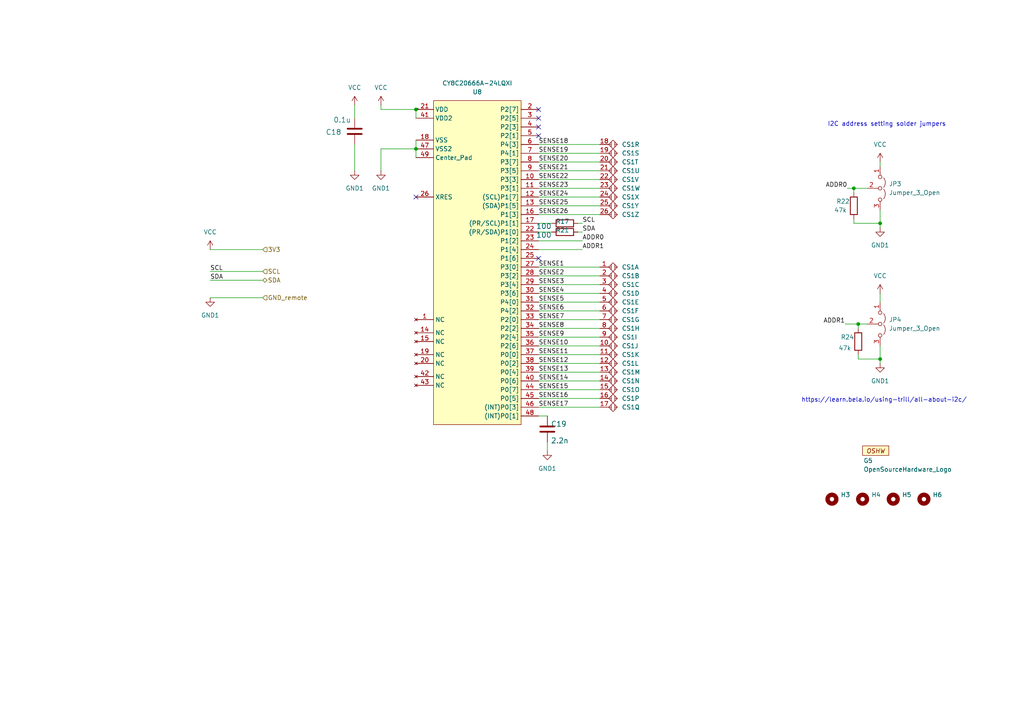
<source format=kicad_sch>
(kicad_sch (version 20250114) (generator "eeschema") (generator_version "9.0")
  (paper "A4")
  (title_block (title "Replacable LED COB Lamp") (date "2025-04-08") (rev "0") (company "WPI ECE2799 D25") (comment 1 "Raymond, Daniel") (comment 2 "Hogan, Rye") (comment 3 "Bryan, Tahje"))
  (lib_symbols
    (symbol "Bela:TRILL_BAR-26_CapSense" (in_bom no)
      (property "Reference" "CS" (at 4.699 -0.127 0))
      (symbol "TRILL_BAR-26_CapSense_0_1"
        (polyline (pts (xy 0 0) (xy 1.27 1.27) (xy 2.54 0) (xy 1.27 -1.27) (xy 0 0)))
        (polyline (pts (xy 0.762 0.762) (xy 0.762 -0.762)))
        (polyline (pts (xy 0.762 0) (xy 0 0)))
        (polyline (pts (xy 1.778 0.762) (xy 1.778 -0.762)))
        (polyline (pts (xy 2.54 0) (xy 1.778 0)))
      )
      (symbol "TRILL_BAR-26_CapSense_1_1"
        (pin input line (at -2.54 0 0) (length 2.54) (name "") (number "1"))
      )
      (symbol "TRILL_BAR-26_CapSense_2_1"
        (pin input line (at -2.54 0 0) (length 2.54) (name "") (number "2"))
      )
      (symbol "TRILL_BAR-26_CapSense_3_1"
        (pin input line (at -2.54 0 0) (length 2.54) (name "") (number "3"))
      )
      (symbol "TRILL_BAR-26_CapSense_4_1"
        (pin input line (at -2.54 0 0) (length 2.54) (name "") (number "4"))
      )
      (symbol "TRILL_BAR-26_CapSense_5_1"
        (pin input line (at -2.54 0 0) (length 2.54) (name "") (number "5"))
      )
      (symbol "TRILL_BAR-26_CapSense_6_1"
        (pin input line (at -2.54 0 0) (length 2.54) (name "") (number "6"))
      )
      (symbol "TRILL_BAR-26_CapSense_7_1"
        (pin input line (at -2.54 0 0) (length 2.54) (name "") (number "7"))
      )
      (symbol "TRILL_BAR-26_CapSense_8_1"
        (pin input line (at -2.54 0 0) (length 2.54) (name "") (number "8"))
      )
      (symbol "TRILL_BAR-26_CapSense_9_1"
        (pin input line (at -2.54 0 0) (length 2.54) (name "") (number "9"))
      )
      (symbol "TRILL_BAR-26_CapSense_10_1"
        (pin input line (at -2.54 0 0) (length 2.54) (name "") (number "10"))
      )
      (symbol "TRILL_BAR-26_CapSense_11_1"
        (pin input line (at -2.54 0 0) (length 2.54) (name "") (number "11"))
      )
      (symbol "TRILL_BAR-26_CapSense_12_1"
        (pin input line (at -2.54 0 0) (length 2.54) (name "") (number "12"))
      )
      (symbol "TRILL_BAR-26_CapSense_13_1"
        (pin input line (at -2.54 0 0) (length 2.54) (name "") (number "13"))
      )
      (symbol "TRILL_BAR-26_CapSense_14_1"
        (pin input line (at -2.54 0 0) (length 2.54) (name "") (number "14"))
      )
      (symbol "TRILL_BAR-26_CapSense_15_1"
        (pin input line (at -2.54 0 0) (length 2.54) (name "") (number "15"))
      )
      (symbol "TRILL_BAR-26_CapSense_16_1"
        (pin input line (at -2.54 0 0) (length 2.54) (name "") (number "16"))
      )
      (symbol "TRILL_BAR-26_CapSense_17_1"
        (pin input line (at -2.54 0 0) (length 2.54) (name "") (number "17"))
      )
      (symbol "TRILL_BAR-26_CapSense_18_1"
        (pin input line (at -2.54 0 0) (length 2.54) (name "") (number "18"))
      )
      (symbol "TRILL_BAR-26_CapSense_19_1"
        (pin input line (at -2.54 0 0) (length 2.54) (name "") (number "19"))
      )
      (symbol "TRILL_BAR-26_CapSense_20_1"
        (pin input line (at -2.54 0 0) (length 2.54) (name "") (number "20"))
      )
      (symbol "TRILL_BAR-26_CapSense_21_1"
        (pin input line (at -2.54 0 0) (length 2.54) (name "") (number "21"))
      )
      (symbol "TRILL_BAR-26_CapSense_22_1"
        (pin input line (at -2.54 0 0) (length 2.54) (name "") (number "22"))
      )
      (symbol "TRILL_BAR-26_CapSense_23_1"
        (pin input line (at -2.54 0 0) (length 2.54) (name "") (number "23"))
      )
      (symbol "TRILL_BAR-26_CapSense_24_1"
        (pin input line (at -2.54 0 0) (length 2.54) (name "") (number "24"))
      )
      (symbol "TRILL_BAR-26_CapSense_25_1"
        (pin input line (at -2.54 0 0) (length 2.54) (name "") (number "25"))
      )
      (symbol "TRILL_BAR-26_CapSense_26_1"
        (pin input line (at -2.54 0 0) (length 2.54) (name "") (number "26"))
      )
    )
    (symbol "Device:C" (pin_numbers (hide yes)) (pin_names (offset 0.254))
      (property "Reference" "C" (at 0.635 2.54 0))
      (property "Value" "C" (at 0.635 -2.54 0))
      (symbol "C_0_1"
        (polyline (pts (xy -2.032 0.762) (xy 2.032 0.762)) (stroke (width 0.508)))
        (polyline (pts (xy -2.032 -0.762) (xy 2.032 -0.762)) (stroke (width 0.508)))
      )
      (symbol "C_1_1"
        (pin passive line (at 0 3.81 270) (length 2.794) (name "~") (number "1"))
        (pin passive line (at 0 -3.81 90) (length 2.794) (name "~") (number "2"))
      )
    )
    (symbol "Device:R" (pin_numbers (hide yes)) (pin_names (offset 0))
      (property "Reference" "R" (at 2.032 0 90))
      (property "Value" "R" (at 0 0 90))
      (symbol "R_0_1"
        (rectangle (start -1.016 -2.54) (end 1.016 2.54) (stroke (width 0.254)))
      )
      (symbol "R_1_1"
        (pin passive line (at 0 3.81 270) (length 1.27) (name "~") (number "1"))
        (pin passive line (at 0 -3.81 90) (length 1.27) (name "~") (number "2"))
      )
    )
    (symbol "Jumper:Jumper_3_Open" (pin_names (offset 0) (hide yes)) (exclude_from_sim yes) (in_bom no)
      (property "Reference" "JP" (at -2.54 -2.54 0))
      (property "Value" "Jumper_3_Open" (at 0 2.794 0))
      (symbol "Jumper_3_Open_0_0"
        (circle (center -3.302 0) (radius 0.508))
        (circle (center 0 0) (radius 0.508))
        (circle (center 3.302 0) (radius 0.508))
      )
      (symbol "Jumper_3_Open_0_1"
        (arc (start -3.048 1.016) (mid -1.651 1.4992) (end -0.254 1.016))
        (polyline (pts (xy 0 -0.508) (xy 0 -1.27)))
        (arc (start 0.254 1.016) (mid 1.651 1.4992) (end 3.048 1.016))
      )
      (symbol "Jumper_3_Open_1_1"
        (pin passive line (at -6.35 0 0) (length 2.54) (name "A") (number "1"))
        (pin passive line (at 0 -3.81 90) (length 2.54) (name "C") (number "2"))
        (pin passive line (at 6.35 0 180) (length 2.54) (name "B") (number "3"))
      )
    )
    (symbol "Mechanical:MountingHole" (pin_names (offset 1.016)) (exclude_from_sim yes) (in_bom no)
      (property "Reference" "H" (at 0 5.08 0))
      (property "Value" "MountingHole" (at 0 3.175 0))
      (symbol "MountingHole_0_1"
        (circle (center 0 0) (radius 1.27) (stroke (width 1.27)))
      )
    )
    (symbol "TRILL:CY8C206X6A"
      (property "Reference" "U" (at 0 -53.34 0))
      (property "Value" "CY8C206X6A" (at 0 -50.8 0))
      (symbol "CY8C206X6A_0_1"
        (rectangle (start -12.7 45.72) (end 12.7 -48.26) (fill (type background)))
      )
      (symbol "CY8C206X6A_1_0"
        (pin power_in line (at -17.78 43.18 0) (length 5.08) (name "VDD") (number "21"))
        (pin power_in line (at -17.78 40.64 0) (length 5.08) (name "VDD2") (number "41"))
        (pin power_in line (at -17.78 34.29 0) (length 5.08) (name "VSS") (number "18"))
        (pin power_in line (at -17.78 31.75 0) (length 5.08) (name "VSS2") (number "47"))
        (pin power_in line (at -17.78 29.21 0) (length 5.08) (name "Center_Pad") (number "49"))
        (pin input line (at -17.78 17.78 0) (length 5.08) (name "XRES") (number "26"))
        (pin no_connect line (at -17.78 -17.78 0) (length 5.08) (name "NC") (number "1"))
        (pin no_connect line (at -17.78 -21.59 0) (length 5.08) (name "NC") (number "14"))
        (pin no_connect line (at -17.78 -24.13 0) (length 5.08) (name "NC") (number "15"))
        (pin no_connect line (at -17.78 -27.94 0) (length 5.08) (name "NC") (number "19"))
        (pin no_connect line (at -17.78 -30.48 0) (length 5.08) (name "NC") (number "20"))
        (pin no_connect line (at -17.78 -34.29 0) (length 5.08) (name "NC") (number "42"))
        (pin no_connect line (at -17.78 -36.83 0) (length 5.08) (name "NC") (number "43"))
        (pin bidirectional line (at 17.78 43.18 180) (length 5.08) (name "P2[7]") (number "2"))
        (pin bidirectional line (at 17.78 40.64 180) (length 5.08) (name "P2[5]") (number "3"))
        (pin bidirectional line (at 17.78 38.1 180) (length 5.08) (name "P2[3]") (number "4"))
        (pin bidirectional line (at 17.78 35.56 180) (length 5.08) (name "P2[1]") (number "5"))
        (pin bidirectional line (at 17.78 33.02 180) (length 5.08) (name "P4[3]") (number "6"))
        (pin bidirectional line (at 17.78 30.48 180) (length 5.08) (name "P4[1]") (number "7"))
        (pin bidirectional line (at 17.78 27.94 180) (length 5.08) (name "P3[7]") (number "8"))
        (pin bidirectional line (at 17.78 25.4 180) (length 5.08) (name "P3[5]") (number "9"))
        (pin bidirectional line (at 17.78 22.86 180) (length 5.08) (name "P3[3]") (number "10"))
        (pin bidirectional line (at 17.78 20.32 180) (length 5.08) (name "P3[1]") (number "11"))
        (pin bidirectional line (at 17.78 17.78 180) (length 5.08) (name "(SCL)P1[7]") (number "12"))
        (pin bidirectional line (at 17.78 15.24 180) (length 5.08) (name "(SDA)P1[5]") (number "13"))
        (pin bidirectional line (at 17.78 12.7 180) (length 5.08) (name "P1[3]") (number "16"))
        (pin bidirectional line (at 17.78 10.16 180) (length 5.08) (name "(PR/SCL)P1[1]") (number "17"))
        (pin bidirectional line (at 17.78 7.62 180) (length 5.08) (name "(PR/SDA)P1[0]") (number "22"))
        (pin bidirectional line (at 17.78 5.08 180) (length 5.08) (name "P1[2]") (number "23"))
        (pin bidirectional line (at 17.78 2.54 180) (length 5.08) (name "P1[4]") (number "24"))
        (pin bidirectional line (at 17.78 0 180) (length 5.08) (name "P1[6]") (number "25"))
        (pin bidirectional line (at 17.78 -2.54 180) (length 5.08) (name "P3[0]") (number "27"))
        (pin bidirectional line (at 17.78 -5.08 180) (length 5.08) (name "P3[2]") (number "28"))
        (pin bidirectional line (at 17.78 -7.62 180) (length 5.08) (name "P3[4]") (number "29"))
        (pin bidirectional line (at 17.78 -10.16 180) (length 5.08) (name "P3[6]") (number "30"))
        (pin bidirectional line (at 17.78 -12.7 180) (length 5.08) (name "P4[0]") (number "31"))
        (pin bidirectional line (at 17.78 -15.24 180) (length 5.08) (name "P4[2]") (number "32"))
        (pin bidirectional line (at 17.78 -17.78 180) (length 5.08) (name "P2[0]") (number "33"))
        (pin bidirectional line (at 17.78 -20.32 180) (length 5.08) (name "P2[2]") (number "34"))
        (pin bidirectional line (at 17.78 -22.86 180) (length 5.08) (name "P2[4]") (number "35"))
        (pin bidirectional line (at 17.78 -25.4 180) (length 5.08) (name "P2[6]") (number "36"))
        (pin bidirectional line (at 17.78 -27.94 180) (length 5.08) (name "P0[0]") (number "37"))
        (pin bidirectional line (at 17.78 -30.48 180) (length 5.08) (name "P0[2]") (number "38"))
        (pin bidirectional line (at 17.78 -33.02 180) (length 5.08) (name "P0[4]") (number "39"))
        (pin bidirectional line (at 17.78 -35.56 180) (length 5.08) (name "P0[6]") (number "40"))
        (pin bidirectional line (at 17.78 -38.1 180) (length 5.08) (name "P0[7]") (number "44"))
        (pin bidirectional line (at 17.78 -40.64 180) (length 5.08) (name "P0[5]") (number "45"))
        (pin bidirectional line (at 17.78 -43.18 180) (length 5.08) (name "(INT)P0[3]") (number "46"))
        (pin bidirectional line (at 17.78 -45.72 180) (length 5.08) (name "(INT)P0[1]") (number "48"))
      )
    )
    (symbol "TRILL:OpenSourceHardware_Logo" (pin_numbers (hide yes)) (pin_names (offset 0) (hide yes)) (in_bom no)
      (property "Reference" "G" (at 0 0 0))
      (property "Value" "OpenSourceHardware_Logo" (at 0.0508 1.9812 0))
      (symbol "OpenSourceHardware_Logo_0_0"
        (text "" (at -8.2804 -10.668 0) (effects (font (size 1.27 1.27))))
        (text "" (at -5.3594 -2.286 0) (effects (font (size 1.27 1.27))))
        (text "OSHW" (at 0 6.35 0) (effects (font (size 1.27 1.27) (italic yes))))
      )
      (symbol "OpenSourceHardware_Logo_0_1"
        (rectangle (start -3.81 7.8232) (end 3.81 5.08) (fill (type background)))
      )
    )
    (symbol "power:GND1" (power) (pin_numbers (hide yes)) (pin_names (offset 0) (hide yes))
      (property "Value" "GND1" (at 0 -3.81 0))
      (symbol "GND1_0_1"
        (polyline (pts (xy 0 0) (xy 0 -1.27) (xy 1.27 -1.27) (xy 0 -2.54) (xy -1.27 -1.27) (xy 0 -1.27)))
      )
      (symbol "GND1_1_1"
        (pin power_in line (at 0 0 270) (length 0) (name "~") (number "1"))
      )
    )
    (symbol "power:VCC" (power) (pin_numbers (hide yes)) (pin_names (offset 0) (hide yes))
      (property "Value" "VCC" (at 0 3.556 0))
      (symbol "VCC_0_1"
        (polyline (pts (xy -0.762 1.27) (xy 0 2.54)))
        (polyline (pts (xy 0 2.54) (xy 0.762 1.27)))
        (polyline (pts (xy 0 0) (xy 0 2.54)))
      )
      (symbol "VCC_1_1"
        (pin power_in line (at 0 0 90) (length 0) (name "~") (number "1"))
      )
    )
  )
  (text "I2C address setting solder jumpers" (at 240.03 36.83 0) (effects (font (size 1.27 1.27)) (justify left bottom)))
  (text "https://learn.bela.io/using-trill/all-about-i2c/" (at 232.41 116.84 0) (effects (font (size 1.27 1.27)) (justify left bottom)))
  (junction (at 120.65 43.18))
  (junction (at 247.65 54.61))
  (junction (at 120.65 31.75))
  (junction (at 248.92 93.98))
  (junction (at 255.27 104.14))
  (junction (at 255.27 64.77))
  (no_connect (at 156.21 31.75))
  (no_connect (at 120.65 57.15))
  (no_connect (at 156.21 74.93))
  (no_connect (at 156.21 34.29))
  (no_connect (at 156.21 36.83))
  (no_connect (at 156.21 39.37))
  (wire (pts (xy 156.21 118.11) (xy 173.99 118.11)))
  (wire (pts (xy 167.64 64.77) (xy 168.91 64.77)))
  (wire (pts (xy 248.92 102.87) (xy 248.92 104.14)))
  (wire (pts (xy 60.96 81.28) (xy 76.2 81.28)))
  (wire (pts (xy 255.27 104.14) (xy 255.27 105.41)))
  (wire (pts (xy 156.21 110.49) (xy 173.99 110.49)))
  (wire (pts (xy 156.21 49.53) (xy 173.99 49.53)))
  (wire (pts (xy 255.27 46.99) (xy 255.27 48.26)))
  (wire (pts (xy 60.96 78.74) (xy 76.2 78.74)))
  (wire (pts (xy 156.21 46.99) (xy 173.99 46.99)))
  (wire (pts (xy 156.21 87.63) (xy 173.99 87.63)))
  (wire (pts (xy 247.65 54.61) (xy 247.65 55.88)))
  (wire (pts (xy 247.65 64.77) (xy 255.27 64.77)))
  (wire (pts (xy 102.87 30.48) (xy 102.87 34.29)))
  (wire (pts (xy 60.96 86.36) (xy 76.2 86.36)))
  (wire (pts (xy 120.65 40.64) (xy 120.65 43.18)))
  (wire (pts (xy 110.49 31.75) (xy 110.49 30.48)))
  (wire (pts (xy 255.27 66.04) (xy 255.27 64.77)))
  (wire (pts (xy 120.65 43.18) (xy 120.65 45.72)))
  (wire (pts (xy 156.21 41.91) (xy 173.99 41.91)))
  (wire (pts (xy 156.21 102.87) (xy 173.99 102.87)))
  (wire (pts (xy 156.21 44.45) (xy 173.99 44.45)))
  (wire (pts (xy 156.21 90.17) (xy 173.99 90.17)))
  (wire (pts (xy 158.75 128.27) (xy 158.75 130.81)))
  (wire (pts (xy 156.21 105.41) (xy 173.99 105.41)))
  (wire (pts (xy 156.21 54.61) (xy 173.99 54.61)))
  (wire (pts (xy 156.21 64.77) (xy 160.02 64.77)))
  (wire (pts (xy 156.21 82.55) (xy 173.99 82.55)))
  (wire (pts (xy 156.21 77.47) (xy 173.99 77.47)))
  (wire (pts (xy 120.65 31.75) (xy 120.65 34.29)))
  (wire (pts (xy 255.27 104.14) (xy 248.92 104.14)))
  (wire (pts (xy 156.21 62.23) (xy 173.99 62.23)))
  (wire (pts (xy 156.21 107.95) (xy 173.99 107.95)))
  (wire (pts (xy 255.27 85.09) (xy 255.27 87.63)))
  (wire (pts (xy 60.96 72.39) (xy 76.2 72.39)))
  (wire (pts (xy 156.21 92.71) (xy 173.99 92.71)))
  (wire (pts (xy 255.27 60.96) (xy 255.27 64.77)))
  (wire (pts (xy 156.21 57.15) (xy 173.99 57.15)))
  (wire (pts (xy 245.11 93.98) (xy 248.92 93.98)))
  (wire (pts (xy 102.87 41.91) (xy 102.87 49.53)))
  (wire (pts (xy 110.49 49.53) (xy 110.49 43.18)))
  (wire (pts (xy 156.21 97.79) (xy 173.99 97.79)))
  (wire (pts (xy 156.21 115.57) (xy 173.99 115.57)))
  (wire (pts (xy 110.49 43.18) (xy 120.65 43.18)))
  (wire (pts (xy 255.27 100.33) (xy 255.27 104.14)))
  (wire (pts (xy 245.745 54.61) (xy 247.65 54.61)))
  (wire (pts (xy 248.92 93.98) (xy 251.46 93.98)))
  (wire (pts (xy 156.21 67.31) (xy 160.02 67.31)))
  (wire (pts (xy 156.21 120.65) (xy 158.75 120.65)))
  (wire (pts (xy 156.21 113.03) (xy 173.99 113.03)))
  (wire (pts (xy 247.65 63.5) (xy 247.65 64.77)))
  (wire (pts (xy 156.21 80.01) (xy 173.99 80.01)))
  (wire (pts (xy 156.21 72.39) (xy 168.91 72.39)))
  (wire (pts (xy 156.21 100.33) (xy 173.99 100.33)))
  (wire (pts (xy 247.65 54.61) (xy 251.46 54.61)))
  (wire (pts (xy 156.21 69.85) (xy 168.91 69.85)))
  (wire (pts (xy 156.21 59.69) (xy 173.99 59.69)))
  (wire (pts (xy 156.21 85.09) (xy 173.99 85.09)))
  (wire (pts (xy 248.92 93.98) (xy 248.92 95.25)))
  (wire (pts (xy 156.21 52.07) (xy 173.99 52.07)))
  (wire (pts (xy 156.21 95.25) (xy 173.99 95.25)))
  (wire (pts (xy 167.64 67.31) (xy 168.91 67.31)))
  (wire (pts (xy 110.49 31.75) (xy 120.65 31.75)))
  (label "SENSE13" (at 156.21 107.95 0))
  (label "SENSE22" (at 156.21 52.07 0))
  (label "SENSE8" (at 156.21 95.25 0))
  (label "ADDR1" (at 168.91 72.39 0))
  (label "ADDR0" (at 245.745 54.61 180))
  (label "SCL" (at 60.96 78.74 0))
  (label "ADDR1" (at 245.11 93.98 180))
  (label "SENSE2" (at 156.21 80.01 0))
  (label "SENSE4" (at 156.21 85.09 0))
  (label "SENSE1" (at 156.21 77.47 0))
  (label "SENSE25" (at 156.21 59.69 0))
  (label "SENSE19" (at 156.21 44.45 0))
  (label "SENSE5" (at 156.21 87.63 0))
  (label "SENSE12" (at 156.21 105.41 0))
  (label "SENSE7" (at 156.21 92.71 0))
  (label "SCL" (at 168.91 64.77 0))
  (label "SENSE23" (at 156.21 54.61 0))
  (label "SDA" (at 60.96 81.28 0))
  (label "SENSE3" (at 156.21 82.55 0))
  (label "SENSE9" (at 156.21 97.79 0))
  (label "SENSE16" (at 156.21 115.57 0))
  (label "SDA" (at 168.91 67.31 0))
  (label "SENSE20" (at 156.21 46.99 0))
  (label "SENSE26" (at 156.21 62.23 0))
  (label "SENSE21" (at 156.21 49.53 0))
  (label "SENSE10" (at 156.21 100.33 0))
  (label "SENSE6" (at 156.21 90.17 0))
  (label "SENSE17" (at 156.21 118.11 0))
  (label "SENSE24" (at 156.21 57.15 0))
  (label "SENSE18" (at 156.21 41.91 0))
  (label "SENSE14" (at 156.21 110.49 0))
  (label "SENSE11" (at 156.21 102.87 0))
  (label "VCC" (at 120.65 31.75 0) (effects (font (size 0.254 0.254))))
  (label "SENSE15" (at 156.21 113.03 0))
  (label "ADDR0" (at 168.91 69.85 0))
  (hierarchical_label "3V3" (shape input) (at 76.2 72.39 0))
  (hierarchical_label "GND_remote" (shape input) (at 76.2 86.36 0))
  (hierarchical_label "SDA" (shape bidirectional) (at 76.2 81.28 0))
  (hierarchical_label "SCL" (shape input) (at 76.2 78.74 0))
  (symbol (lib_id "Bela:TRILL_BAR-26_CapSense") (at 176.53 92.71 0) (unit 7) (in_bom no)
    (property "Reference" "CS1" (at 180.34 92.7099 0) (effects (justify left)))
    (property "Value" "TRILL_BAR-26_CapSense" (effects (hide yes)))
    (property "Footprint" "TRILL:TRILL_BAR_CapSense" (effects (hide yes)))
  )
  (symbol (lib_id "power:GND1") (at 110.49 49.53 0) (unit 1)
    (property "Reference" "#PWR058" (effects (hide yes)))
    (property "Value" "GND1" (at 110.49 54.61 0))
    (property "Description" "Power symbol creates a global label with name \"GND1\" , ground" (effects (hide yes)))
  )
  (symbol (lib_id "Bela:TRILL_BAR-26_CapSense") (at 176.53 118.11 0) (unit 17) (in_bom no)
    (property "Reference" "CS1" (at 180.34 118.1099 0) (effects (justify left)))
    (property "Value" "TRILL_BAR-26_CapSense" (effects (hide yes)))
    (property "Footprint" "TRILL:TRILL_BAR_CapSense" (effects (hide yes)))
  )
  (symbol (lib_id "power:GND1") (at 255.27 105.41 0) (unit 1)
    (property "Reference" "#PWR060" (effects (hide yes)))
    (property "Value" "GND1" (at 255.27 110.49 0))
    (property "Description" "Power symbol creates a global label with name \"GND1\" , ground" (effects (hide yes)))
  )
  (symbol (lib_id "Bela:TRILL_BAR-26_CapSense") (at 176.53 49.53 0) (unit 21) (in_bom no)
    (property "Reference" "CS1" (at 180.34 49.5299 0) (effects (justify left)))
    (property "Value" "TRILL_BAR-26_CapSense" (effects (hide yes)))
    (property "Footprint" "TRILL:TRILL_BAR_CapSense" (effects (hide yes)))
  )
  (symbol (lib_id "Bela:TRILL_BAR-26_CapSense") (at 176.53 85.09 0) (unit 4) (in_bom no)
    (property "Reference" "CS1" (at 180.34 85.0899 0) (effects (justify left)))
    (property "Value" "TRILL_BAR-26_CapSense" (effects (hide yes)))
    (property "Footprint" "TRILL:TRILL_BAR_CapSense" (effects (hide yes)))
  )
  (symbol (lib_id "power:GND1") (at 158.75 130.81 0) (unit 1)
    (property "Reference" "#PWR059" (effects (hide yes)))
    (property "Value" "GND1" (at 158.75 135.89 0))
    (property "Description" "Power symbol creates a global label with name \"GND1\" , ground" (effects (hide yes)))
  )
  (symbol (lib_id "Device:R") (at 247.65 59.69 0) (unit 1)
    (property "Reference" "R22" (at 242.57 58.42 0) (effects (justify left)))
    (property "Value" "47k" (at 241.935 60.96 0) (effects (justify left)))
    (property "Footprint" "Resistor_SMD:R_0603_1608Metric" (effects (hide yes)))
  )
  (symbol (lib_id "Mechanical:MountingHole") (at 259.08 144.78 0) (unit 1) (exclude_from_sim yes) (in_bom no)
    (property "Reference" "H5" (at 261.62 143.5099 0) (effects (justify left)))
    (property "Value" "MountingHole" (effects (hide yes)))
    (property "Footprint" "MountingHole:MountingHole_3.2mm_M3" (effects (hide yes)))
    (property "Description" "Mounting Hole without connection" (effects (hide yes)))
  )
  (symbol (lib_id "Mechanical:MountingHole") (at 267.97 144.78 0) (unit 1) (exclude_from_sim yes) (in_bom no)
    (property "Reference" "H6" (at 270.51 143.5099 0) (effects (justify left)))
    (property "Value" "MountingHole" (effects (hide yes)))
    (property "Footprint" "MountingHole:MountingHole_3.2mm_M3" (effects (hide yes)))
    (property "Description" "Mounting Hole without connection" (effects (hide yes)))
  )
  (symbol (lib_id "Device:C") (at 158.75 124.46 0) (unit 1)
    (property "Reference" "C19" (at 159.766 123.825 0) (effects (font (size 1.4986 1.4986)) (justify left bottom)))
    (property "Value" "2.2n" (at 159.766 128.651 0) (effects (font (size 1.4986 1.4986)) (justify left bottom)))
    (property "Footprint" "Capacitor_SMD:C_0603_1608Metric" (effects (hide yes)))
  )
  (symbol (lib_id "power:GND1") (at 60.96 86.36 0) (unit 1)
    (property "Reference" "#PWR029" (effects (hide yes)))
    (property "Value" "GND1" (at 60.96 91.44 0))
    (property "Description" "Power symbol creates a global label with name \"GND1\" , ground" (effects (hide yes)))
  )
  (symbol (lib_id "TRILL:OpenSourceHardware_Logo") (at 254 137.16 0) (unit 1) (in_bom no)
    (property "Reference" "G5" (at 250.444 133.604 0) (effects (justify left)))
    (property "Value" "OpenSourceHardware_Logo" (at 250.444 136.144 0) (effects (justify left)))
    (property "Footprint" "TRILL:OpenSourceHardware_Logo" (effects (hide yes)))
  )
  (symbol (lib_id "Jumper:Jumper_3_Open") (at 255.27 93.98 270) (unit 1) (exclude_from_sim yes) (in_bom no)
    (property "Reference" "JP4" (at 257.81 92.7099 90) (effects (justify left)))
    (property "Value" "Jumper_3_Open" (at 257.81 95.2499 90) (effects (justify left)))
    (property "Footprint" "Jumper:SolderJumper-3_P1.3mm_Open_RoundedPad1.0x1.5mm" (effects (hide yes)))
    (property "Description" "Jumper, 3-pole, both open" (effects (hide yes)))
  )
  (symbol (lib_id "Bela:TRILL_BAR-26_CapSense") (at 176.53 46.99 0) (unit 20) (in_bom no)
    (property "Reference" "CS1" (at 180.34 46.9899 0) (effects (justify left)))
    (property "Value" "TRILL_BAR-26_CapSense" (effects (hide yes)))
    (property "Footprint" "TRILL:TRILL_BAR_CapSense" (effects (hide yes)))
  )
  (symbol (lib_id "Bela:TRILL_BAR-26_CapSense") (at 176.53 82.55 0) (unit 3) (in_bom no)
    (property "Reference" "CS1" (at 180.34 82.5499 0) (effects (justify left)))
    (property "Value" "TRILL_BAR-26_CapSense" (effects (hide yes)))
    (property "Footprint" "TRILL:TRILL_BAR_CapSense" (effects (hide yes)))
  )
  (symbol (lib_id "Bela:TRILL_BAR-26_CapSense") (at 176.53 87.63 0) (unit 5) (in_bom no)
    (property "Reference" "CS1" (at 180.34 87.6299 0) (effects (justify left)))
    (property "Value" "TRILL_BAR-26_CapSense" (effects (hide yes)))
    (property "Footprint" "TRILL:TRILL_BAR_CapSense" (effects (hide yes)))
  )
  (symbol (lib_id "Device:R") (at 163.83 64.77 90) (unit 1)
    (property "Reference" "R17" (at 165.1 63.5 90) (effects (justify left bottom)))
    (property "Value" "100" (at 160.02 64.77 90) (effects (font (size 1.4986 1.4986)) (justify left bottom)))
    (property "Footprint" "Resistor_SMD:R_0603_1608Metric" (effects (hide yes)))
  )
  (symbol (lib_id "power:VCC") (at 110.49 30.48 0) (unit 1)
    (property "Reference" "#PWR026" (effects (hide yes)))
    (property "Value" "VCC" (at 110.49 25.4 0))
    (property "Description" "Power symbol creates a global label with name \"VCC\"" (effects (hide yes)))
  )
  (symbol (lib_id "power:GND1") (at 102.87 49.53 0) (unit 1)
    (property "Reference" "#PWR057" (effects (hide yes)))
    (property "Value" "GND1" (at 102.87 54.61 0))
    (property "Description" "Power symbol creates a global label with name \"GND1\" , ground" (effects (hide yes)))
  )
  (symbol (lib_id "Bela:TRILL_BAR-26_CapSense") (at 176.53 90.17 0) (unit 6) (in_bom no)
    (property "Reference" "CS1" (at 180.34 90.1699 0) (effects (justify left)))
    (property "Value" "TRILL_BAR-26_CapSense" (effects (hide yes)))
    (property "Footprint" "TRILL:TRILL_BAR_CapSense" (effects (hide yes)))
  )
  (symbol (lib_id "Bela:TRILL_BAR-26_CapSense") (at 176.53 113.03 0) (unit 15) (in_bom no)
    (property "Reference" "CS1" (at 180.34 113.0299 0) (effects (justify left)))
    (property "Value" "TRILL_BAR-26_CapSense" (effects (hide yes)))
    (property "Footprint" "TRILL:TRILL_BAR_CapSense" (effects (hide yes)))
  )
  (symbol (lib_id "Bela:TRILL_BAR-26_CapSense") (at 176.53 115.57 0) (unit 16) (in_bom no)
    (property "Reference" "CS1" (at 180.34 115.5699 0) (effects (justify left)))
    (property "Value" "TRILL_BAR-26_CapSense" (effects (hide yes)))
    (property "Footprint" "TRILL:TRILL_BAR_CapSense" (effects (hide yes)))
  )
  (symbol (lib_id "Bela:TRILL_BAR-26_CapSense") (at 176.53 107.95 0) (unit 13) (in_bom no)
    (property "Reference" "CS1" (at 180.34 107.9499 0) (effects (justify left)))
    (property "Value" "TRILL_BAR-26_CapSense" (effects (hide yes)))
    (property "Footprint" "TRILL:TRILL_BAR_CapSense" (effects (hide yes)))
  )
  (symbol (lib_id "Bela:TRILL_BAR-26_CapSense") (at 176.53 41.91 0) (unit 18) (in_bom no)
    (property "Reference" "CS1" (at 180.34 41.9099 0) (effects (justify left)))
    (property "Value" "TRILL_BAR-26_CapSense" (effects (hide yes)))
    (property "Footprint" "TRILL:TRILL_BAR_CapSense" (effects (hide yes)))
  )
  (symbol (lib_id "TRILL:CY8C206X6A") (at 138.43 74.93 0) (unit 1)
    (property "Reference" "U8" (at 138.43 26.67 0))
    (property "Value" "CY8C20666A-24LQXI" (at 138.43 24.13 0))
    (property "Footprint" "Package_DFN_QFN:QFN-48-1EP_6x6mm_P0.4mm_EP4.6x4.6mm" (effects (hide yes)))
    (property "Datasheet" "https://www.infineon.com/dgdl/Infineon-CY8C20XX6A_S_1.8_V_Programmable_CapSense_Controller_with_SmartSense_Auto-tuning_1-33_Buttons_0-6_Sliders-DataSheet-v26_00-EN.pdf?fileId=8ac78c8c7d0d8da4017d0ecc6dc04671" (effects (hide yes)))
  )
  (symbol (lib_id "Mechanical:MountingHole") (at 250.19 144.78 0) (unit 1) (exclude_from_sim yes) (in_bom no)
    (property "Reference" "H4" (at 252.73 143.5099 0) (effects (justify left)))
    (property "Value" "MountingHole" (effects (hide yes)))
    (property "Footprint" "MountingHole:MountingHole_3.2mm_M3" (effects (hide yes)))
    (property "Description" "Mounting Hole without connection" (effects (hide yes)))
  )
  (symbol (lib_id "power:VCC") (at 255.27 85.09 0) (unit 1)
    (property "Reference" "#PWR031" (effects (hide yes)))
    (property "Value" "VCC" (at 255.27 80.01 0))
    (property "Description" "Power symbol creates a global label with name \"VCC\"" (effects (hide yes)))
  )
  (symbol (lib_id "Device:R") (at 248.92 99.06 0) (unit 1)
    (property "Reference" "R24" (at 243.84 97.79 0) (effects (justify left)))
    (property "Value" "47k" (at 243.205 100.965 0) (effects (justify left)))
    (property "Footprint" "Resistor_SMD:R_0603_1608Metric" (effects (hide yes)))
  )
  (symbol (lib_id "power:GND1") (at 255.27 66.04 0) (unit 1)
    (property "Reference" "#PWR061" (effects (hide yes)))
    (property "Value" "GND1" (at 255.27 71.12 0))
    (property "Description" "Power symbol creates a global label with name \"GND1\" , ground" (effects (hide yes)))
  )
  (symbol (lib_id "Jumper:Jumper_3_Open") (at 255.27 54.61 270) (unit 1) (exclude_from_sim yes) (in_bom no)
    (property "Reference" "JP3" (at 257.81 53.3399 90) (effects (justify left)))
    (property "Value" "Jumper_3_Open" (at 257.81 55.8799 90) (effects (justify left)))
    (property "Footprint" "Jumper:SolderJumper-3_P1.3mm_Open_RoundedPad1.0x1.5mm" (effects (hide yes)))
    (property "Description" "Jumper, 3-pole, both open" (effects (hide yes)))
  )
  (symbol (lib_id "Bela:TRILL_BAR-26_CapSense") (at 176.53 102.87 0) (unit 11) (in_bom no)
    (property "Reference" "CS1" (at 180.34 102.8699 0) (effects (justify left)))
    (property "Value" "TRILL_BAR-26_CapSense" (effects (hide yes)))
    (property "Footprint" "TRILL:TRILL_BAR_CapSense" (effects (hide yes)))
  )
  (symbol (lib_id "Device:R") (at 163.83 67.31 90) (unit 1)
    (property "Reference" "R21" (at 165.1 66.04 90) (effects (justify left bottom)))
    (property "Value" "100" (at 160.02 67.31 90) (effects (font (size 1.4986 1.4986)) (justify left bottom)))
    (property "Footprint" "Resistor_SMD:R_0603_1608Metric" (effects (hide yes)))
  )
  (symbol (lib_id "power:VCC") (at 60.96 72.39 0) (unit 1)
    (property "Reference" "#PWR030" (effects (hide yes)))
    (property "Value" "VCC" (at 60.96 67.31 0))
    (property "Description" "Power symbol creates a global label with name \"VCC\"" (effects (hide yes)))
  )
  (symbol (lib_id "Bela:TRILL_BAR-26_CapSense") (at 176.53 77.47 0) (unit 1) (in_bom no)
    (property "Reference" "CS1" (at 180.34 77.4699 0) (effects (justify left)))
    (property "Value" "TRILL_BAR-26_CapSense" (effects (hide yes)))
    (property "Footprint" "TRILL:TRILL_BAR_CapSense" (effects (hide yes)))
  )
  (symbol (lib_id "Bela:TRILL_BAR-26_CapSense") (at 176.53 62.23 0) (unit 26) (in_bom no)
    (property "Reference" "CS1" (at 180.34 62.2299 0) (effects (justify left)))
    (property "Value" "TRILL_BAR-26_CapSense" (effects (hide yes)))
    (property "Footprint" "TRILL:TRILL_BAR_CapSense" (effects (hide yes)))
  )
  (symbol (lib_id "Bela:TRILL_BAR-26_CapSense") (at 176.53 54.61 0) (unit 23) (in_bom no)
    (property "Reference" "CS1" (at 180.34 54.6099 0) (effects (justify left)))
    (property "Value" "TRILL_BAR-26_CapSense" (effects (hide yes)))
    (property "Footprint" "TRILL:TRILL_BAR_CapSense" (effects (hide yes)))
  )
  (symbol (lib_id "Bela:TRILL_BAR-26_CapSense") (at 176.53 100.33 0) (unit 10) (in_bom no)
    (property "Reference" "CS1" (at 180.34 100.3299 0) (effects (justify left)))
    (property "Value" "TRILL_BAR-26_CapSense" (effects (hide yes)))
    (property "Footprint" "TRILL:TRILL_BAR_CapSense" (effects (hide yes)))
  )
  (symbol (lib_id "Bela:TRILL_BAR-26_CapSense") (at 176.53 44.45 0) (unit 19) (in_bom no)
    (property "Reference" "CS1" (at 180.34 44.4499 0) (effects (justify left)))
    (property "Value" "TRILL_BAR-26_CapSense" (effects (hide yes)))
    (property "Footprint" "TRILL:TRILL_BAR_CapSense" (effects (hide yes)))
  )
  (symbol (lib_id "Bela:TRILL_BAR-26_CapSense") (at 176.53 105.41 0) (unit 12) (in_bom no)
    (property "Reference" "CS1" (at 180.34 105.4099 0) (effects (justify left)))
    (property "Value" "TRILL_BAR-26_CapSense" (effects (hide yes)))
    (property "Footprint" "TRILL:TRILL_BAR_CapSense" (effects (hide yes)))
  )
  (symbol (lib_id "Bela:TRILL_BAR-26_CapSense") (at 176.53 80.01 0) (unit 2) (in_bom no)
    (property "Reference" "CS1" (at 180.34 80.0099 0) (effects (justify left)))
    (property "Value" "TRILL_BAR-26_CapSense" (effects (hide yes)))
    (property "Footprint" "TRILL:TRILL_BAR_CapSense" (effects (hide yes)))
  )
  (symbol (lib_id "power:VCC") (at 102.87 30.48 0) (unit 1)
    (property "Reference" "#PWR025" (effects (hide yes)))
    (property "Value" "VCC" (at 102.87 25.4 0))
    (property "Description" "Power symbol creates a global label with name \"VCC\"" (effects (hide yes)))
  )
  (symbol (lib_id "Mechanical:MountingHole") (at 241.3 144.78 0) (unit 1) (exclude_from_sim yes) (in_bom no)
    (property "Reference" "H3" (at 243.84 143.5099 0) (effects (justify left)))
    (property "Value" "MountingHole" (effects (hide yes)))
    (property "Footprint" "MountingHole:MountingHole_3.2mm_M3" (effects (hide yes)))
    (property "Description" "Mounting Hole without connection" (effects (hide yes)))
  )
  (symbol (lib_id "Device:C") (at 102.87 38.1 180) (unit 1)
    (property "Reference" "C18" (at 99.06 37.465 0) (effects (font (size 1.4986 1.4986)) (justify left bottom)))
    (property "Value" "0.1u" (at 101.854 33.909 0) (effects (font (size 1.4986 1.4986)) (justify left bottom)))
    (property "Footprint" "Capacitor_SMD:C_0603_1608Metric" (effects (hide yes)))
  )
  (symbol (lib_id "Bela:TRILL_BAR-26_CapSense") (at 176.53 52.07 0) (unit 22) (in_bom no)
    (property "Reference" "CS1" (at 180.34 52.0699 0) (effects (justify left)))
    (property "Value" "TRILL_BAR-26_CapSense" (effects (hide yes)))
    (property "Footprint" "TRILL:TRILL_BAR_CapSense" (effects (hide yes)))
  )
  (symbol (lib_id "power:VCC") (at 255.27 46.99 0) (unit 1)
    (property "Reference" "#PWR028" (effects (hide yes)))
    (property "Value" "VCC" (at 255.27 41.91 0))
    (property "Description" "Power symbol creates a global label with name \"VCC\"" (effects (hide yes)))
  )
  (symbol (lib_id "Bela:TRILL_BAR-26_CapSense") (at 176.53 95.25 0) (unit 8) (in_bom no)
    (property "Reference" "CS1" (at 180.34 95.2499 0) (effects (justify left)))
    (property "Value" "TRILL_BAR-26_CapSense" (effects (hide yes)))
    (property "Footprint" "TRILL:TRILL_BAR_CapSense" (effects (hide yes)))
  )
  (symbol (lib_id "Bela:TRILL_BAR-26_CapSense") (at 176.53 97.79 0) (unit 9) (in_bom no)
    (property "Reference" "CS1" (at 180.34 97.7899 0) (effects (justify left)))
    (property "Value" "TRILL_BAR-26_CapSense" (effects (hide yes)))
    (property "Footprint" "TRILL:TRILL_BAR_CapSense" (effects (hide yes)))
  )
  (symbol (lib_id "Bela:TRILL_BAR-26_CapSense") (at 176.53 59.69 0) (unit 25) (in_bom no)
    (property "Reference" "CS1" (at 180.34 59.6899 0) (effects (justify left)))
    (property "Value" "TRILL_BAR-26_CapSense" (effects (hide yes)))
    (property "Footprint" "TRILL:TRILL_BAR_CapSense" (effects (hide yes)))
  )
  (symbol (lib_id "Bela:TRILL_BAR-26_CapSense") (at 176.53 57.15 0) (unit 24) (in_bom no)
    (property "Reference" "CS1" (at 180.34 57.1499 0) (effects (justify left)))
    (property "Value" "TRILL_BAR-26_CapSense" (effects (hide yes)))
    (property "Footprint" "TRILL:TRILL_BAR_CapSense" (effects (hide yes)))
  )
  (symbol (lib_id "Bela:TRILL_BAR-26_CapSense") (at 176.53 110.49 0) (unit 14) (in_bom no)
    (property "Reference" "CS1" (at 180.34 110.4899 0) (effects (justify left)))
    (property "Value" "TRILL_BAR-26_CapSense" (effects (hide yes)))
    (property "Footprint" "TRILL:TRILL_BAR_CapSense" (effects (hide yes)))
  )
)
</source>
